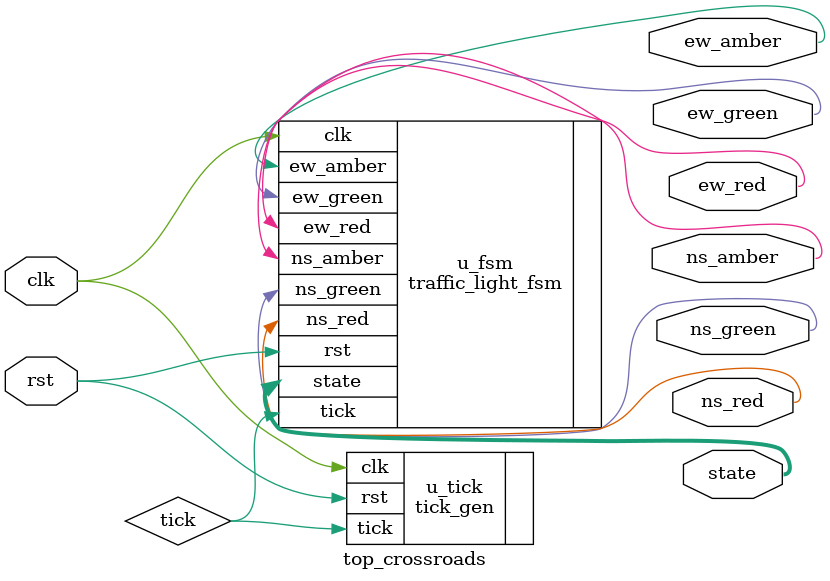
<source format=v>
`timescale 1ns/1ps

module top_crossroads #(
    // Clock divider for tick
    parameter integer DIVISOR     = 50_000_000, // 50 MHz -> 1 Hz
    // Phase durations in ticks (with 1 Hz tick, these are seconds)
    parameter integer P_NS_GREEN  = 10,
    parameter integer P_NS_AMBER  = 3,
    parameter integer P_ALL_RED   = 1,
    parameter integer P_EW_GREEN  = 10,
    parameter integer P_EW_AMBER  = 3
)(
    input  wire clk,
    input  wire rst,   // synchronous

    // Light outputs
    output wire ns_red,
    output wire ns_amber,
    output wire ns_green,
    output wire ew_red,
    output wire ew_amber,
    output wire ew_green,

    // Optional debug
    output wire [2:0] state
);
    wire tick;

    tick_gen #(
        .DIVISOR(DIVISOR)
    ) u_tick (
        .clk (clk),
        .rst (rst),
        .tick(tick)
    );

    traffic_light_fsm #(
        .T_NS_GREEN(P_NS_GREEN),
        .T_NS_AMBER(P_NS_AMBER),
        .T_ALL_RED (P_ALL_RED),
        .T_EW_GREEN(P_EW_GREEN),
        .T_EW_AMBER(P_EW_AMBER)
    ) u_fsm (
        .clk(clk),
        .rst(rst),
        .tick(tick),
        .ns_red  (ns_red),
        .ns_amber(ns_amber),
        .ns_green(ns_green),
        .ew_red  (ew_red),
        .ew_amber(ew_amber),
        .ew_green(ew_green),
        .state(state)
    );
endmodule

</source>
